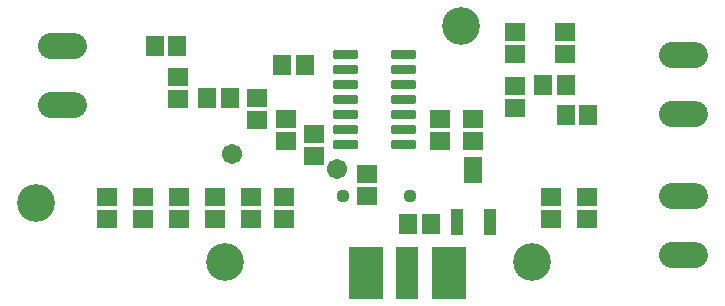
<source format=gbr>
G04 EAGLE Gerber RS-274X export*
G75*
%MOMM*%
%FSLAX34Y34*%
%LPD*%
%INSoldermask Top*%
%IPPOS*%
%AMOC8*
5,1,8,0,0,1.08239X$1,22.5*%
G01*
%ADD10C,3.203200*%
%ADD11R,1.503200X1.703200*%
%ADD12R,1.703200X1.503200*%
%ADD13R,1.103200X2.203200*%
%ADD14R,1.503200X2.203200*%
%ADD15C,0.349006*%
%ADD16C,2.184400*%
%ADD17R,1.981200X4.394200*%
%ADD18R,2.870200X4.394200*%
%ADD19C,1.703200*%
%ADD20C,1.109600*%


D10*
X200000Y40000D03*
X40000Y90000D03*
X400000Y240000D03*
X460000Y40000D03*
D11*
X354990Y72390D03*
X373990Y72390D03*
D12*
X487680Y235560D03*
X487680Y216560D03*
D11*
X488340Y165100D03*
X507340Y165100D03*
D12*
X506730Y76860D03*
X506730Y95860D03*
D11*
X140360Y223520D03*
X159360Y223520D03*
D12*
X410210Y142900D03*
X410210Y161900D03*
X191770Y95860D03*
X191770Y76860D03*
X227330Y160680D03*
X227330Y179680D03*
X222250Y95860D03*
X222250Y76860D03*
X275590Y130200D03*
X275590Y149200D03*
X445770Y235560D03*
X445770Y216560D03*
X476250Y76860D03*
X476250Y95860D03*
D13*
X396210Y74520D03*
D14*
X410210Y118520D03*
D13*
X424210Y74520D03*
D11*
X267310Y207010D03*
X248310Y207010D03*
D12*
X445770Y170840D03*
X445770Y189840D03*
D11*
X469290Y190500D03*
X488290Y190500D03*
D12*
X160020Y178460D03*
X160020Y197460D03*
D11*
X203810Y179070D03*
X184810Y179070D03*
D12*
X161290Y95860D03*
X161290Y76860D03*
X100330Y76860D03*
X100330Y95860D03*
X382270Y142900D03*
X382270Y161900D03*
X250190Y76860D03*
X250190Y95860D03*
X251460Y142900D03*
X251460Y161900D03*
X320040Y95910D03*
X320040Y114910D03*
D15*
X310611Y213679D02*
X292569Y213679D01*
X292569Y218121D01*
X310611Y218121D01*
X310611Y213679D01*
X310611Y216994D02*
X292569Y216994D01*
X292569Y200979D02*
X310611Y200979D01*
X292569Y200979D02*
X292569Y205421D01*
X310611Y205421D01*
X310611Y200979D01*
X310611Y204294D02*
X292569Y204294D01*
X292569Y188279D02*
X310611Y188279D01*
X292569Y188279D02*
X292569Y192721D01*
X310611Y192721D01*
X310611Y188279D01*
X310611Y191594D02*
X292569Y191594D01*
X292569Y175579D02*
X310611Y175579D01*
X292569Y175579D02*
X292569Y180021D01*
X310611Y180021D01*
X310611Y175579D01*
X310611Y178894D02*
X292569Y178894D01*
X292569Y162879D02*
X310611Y162879D01*
X292569Y162879D02*
X292569Y167321D01*
X310611Y167321D01*
X310611Y162879D01*
X310611Y166194D02*
X292569Y166194D01*
X292569Y150179D02*
X310611Y150179D01*
X292569Y150179D02*
X292569Y154621D01*
X310611Y154621D01*
X310611Y150179D01*
X310611Y153494D02*
X292569Y153494D01*
X292569Y137479D02*
X310611Y137479D01*
X292569Y137479D02*
X292569Y141921D01*
X310611Y141921D01*
X310611Y137479D01*
X310611Y140794D02*
X292569Y140794D01*
X342169Y137479D02*
X360211Y137479D01*
X342169Y137479D02*
X342169Y141921D01*
X360211Y141921D01*
X360211Y137479D01*
X360211Y140794D02*
X342169Y140794D01*
X342169Y150179D02*
X360211Y150179D01*
X342169Y150179D02*
X342169Y154621D01*
X360211Y154621D01*
X360211Y150179D01*
X360211Y153494D02*
X342169Y153494D01*
X342169Y162879D02*
X360211Y162879D01*
X342169Y162879D02*
X342169Y167321D01*
X360211Y167321D01*
X360211Y162879D01*
X360211Y166194D02*
X342169Y166194D01*
X342169Y175579D02*
X360211Y175579D01*
X342169Y175579D02*
X342169Y180021D01*
X360211Y180021D01*
X360211Y175579D01*
X360211Y178894D02*
X342169Y178894D01*
X342169Y188279D02*
X360211Y188279D01*
X342169Y188279D02*
X342169Y192721D01*
X360211Y192721D01*
X360211Y188279D01*
X360211Y191594D02*
X342169Y191594D01*
X342169Y200979D02*
X360211Y200979D01*
X342169Y200979D02*
X342169Y205421D01*
X360211Y205421D01*
X360211Y200979D01*
X360211Y204294D02*
X342169Y204294D01*
X342169Y213679D02*
X360211Y213679D01*
X342169Y213679D02*
X342169Y218121D01*
X360211Y218121D01*
X360211Y213679D01*
X360211Y216994D02*
X342169Y216994D01*
D16*
X72136Y223266D02*
X52324Y223266D01*
X52324Y173228D02*
X72136Y173228D01*
D17*
X354330Y31314D03*
D18*
X319384Y31314D03*
X389276Y31314D03*
D16*
X578104Y96266D02*
X597916Y96266D01*
X597916Y46228D02*
X578104Y46228D01*
X578104Y165354D02*
X597916Y165354D01*
X597916Y215392D02*
X578104Y215392D01*
D12*
X130810Y76860D03*
X130810Y95860D03*
D19*
X205740Y132080D03*
X294640Y119380D03*
D20*
X356870Y96520D03*
X299720Y96520D03*
M02*

</source>
